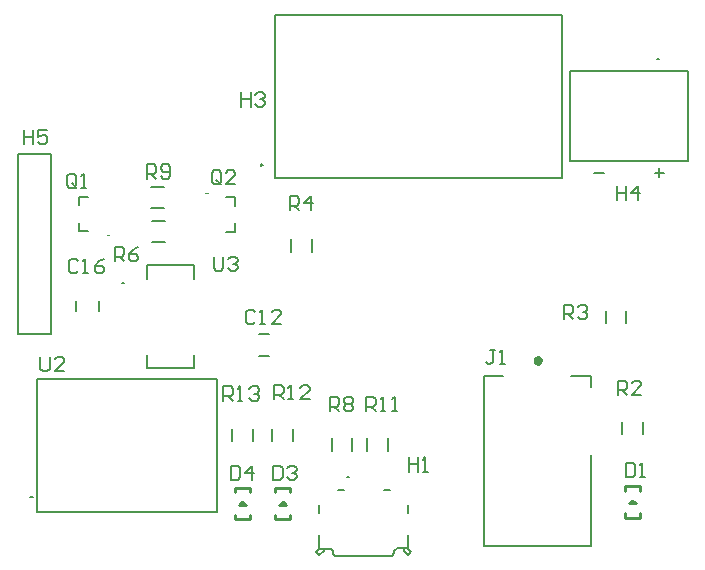
<source format=gto>
G04*
G04 #@! TF.GenerationSoftware,Altium Limited,Altium Designer,20.1.12 (249)*
G04*
G04 Layer_Color=65535*
%FSLAX44Y44*%
%MOMM*%
G71*
G04*
G04 #@! TF.SameCoordinates,2C1882C9-CBDB-4859-8E7C-5A4850A28F2A*
G04*
G04*
G04 #@! TF.FilePolarity,Positive*
G04*
G01*
G75*
%ADD10C,0.0000*%
%ADD11C,0.2000*%
%ADD12C,0.1270*%
%ADD13C,0.4000*%
%ADD14C,0.2286*%
%ADD15C,0.2540*%
D10*
X196676Y299676D02*
X194676D01*
X196676D01*
X113000Y264000D02*
X111000D01*
X113000D01*
D11*
X126000Y224000D02*
X124000D01*
X126000D01*
X48520Y42000D02*
X46520D01*
X48520D01*
X46520D01*
X48520D01*
X316690Y59650D02*
X314690D01*
X316690D01*
X579000Y413000D02*
X577000D01*
X579000D01*
X243670Y323560D02*
X241795Y324643D01*
Y322477D01*
X243670Y323560D01*
X36030Y180100D02*
Y332500D01*
X63970D01*
Y180100D02*
Y332500D01*
X36030Y180100D02*
X63970D01*
X148700Y287200D02*
X159300D01*
X148700Y304800D02*
X159300D01*
X149700Y275800D02*
X160300D01*
X149700Y258200D02*
X160300D01*
X184900Y151300D02*
Y162600D01*
X145100Y151300D02*
X184900D01*
X145100D02*
Y162600D01*
X184900Y227400D02*
Y238700D01*
X145100D02*
X184900D01*
X145100Y227400D02*
Y238700D01*
X239800Y161500D02*
X248200D01*
X239800Y180500D02*
X248200D01*
X104500Y199800D02*
Y208200D01*
X85500Y199800D02*
Y208200D01*
X52500Y29300D02*
X204900D01*
X52500Y142330D02*
X204900D01*
Y29300D02*
Y142330D01*
X52500Y29300D02*
Y142330D01*
X251200Y89700D02*
Y100300D01*
X268800Y89700D02*
Y100300D01*
X234800Y89700D02*
Y100300D01*
X217200Y89700D02*
Y100300D01*
X331640Y81410D02*
Y92010D01*
X349240Y81410D02*
Y92010D01*
X301640Y81410D02*
Y92010D01*
X319240Y81410D02*
Y92010D01*
X504590Y145000D02*
X521000D01*
Y1000D02*
Y78310D01*
X431000Y145000D02*
X446790D01*
X521000Y135460D02*
Y145000D01*
X431000Y1000D02*
Y145000D01*
Y1000D02*
X521000D01*
X551200Y189709D02*
Y200309D01*
X533600Y189709D02*
Y200309D01*
X496420Y312130D02*
Y450560D01*
X253850Y312130D02*
X496420D01*
X253850D02*
Y450560D01*
X496420D01*
X564800Y95360D02*
Y105960D01*
X547200Y95360D02*
Y105960D01*
X284800Y250040D02*
Y260640D01*
X267200Y250040D02*
Y260640D01*
X524000Y317000D02*
X531997D01*
X575000Y316999D02*
X582997D01*
X578999Y320997D02*
Y313000D01*
X331004Y115002D02*
Y126998D01*
X337002D01*
X339002Y124999D01*
Y121000D01*
X337002Y119001D01*
X331004D01*
X335003D02*
X339002Y115002D01*
X343000D02*
X346999D01*
X345000D01*
Y126998D01*
X343000Y124999D01*
X352997Y115002D02*
X356996D01*
X354996D01*
Y126998D01*
X352997Y124999D01*
X300003Y115002D02*
Y126998D01*
X306001D01*
X308001Y124999D01*
Y121000D01*
X306001Y119001D01*
X300003D01*
X304002D02*
X308001Y115002D01*
X311999Y124999D02*
X313999Y126998D01*
X317997D01*
X319997Y124999D01*
Y122999D01*
X317997Y121000D01*
X319997Y119001D01*
Y117001D01*
X317997Y115002D01*
X313999D01*
X311999Y117001D01*
Y119001D01*
X313999Y121000D01*
X311999Y122999D01*
Y124999D01*
X313999Y121000D02*
X317997D01*
X225003Y384998D02*
Y373002D01*
Y379000D01*
X233001D01*
Y384998D01*
Y373002D01*
X236999Y382999D02*
X238999Y384998D01*
X242997D01*
X244997Y382999D01*
Y380999D01*
X242997Y379000D01*
X240998D01*
X242997D01*
X244997Y377001D01*
Y375001D01*
X242997Y373002D01*
X238999D01*
X236999Y375001D01*
X440000Y166998D02*
X436001D01*
X438001D01*
Y157001D01*
X436001Y155002D01*
X434002D01*
X432003Y157001D01*
X443999Y155002D02*
X447997D01*
X445998D01*
Y166998D01*
X443999Y164999D01*
X543003Y305998D02*
Y294002D01*
Y300000D01*
X551001D01*
Y305998D01*
Y294002D01*
X560997D02*
Y305998D01*
X554999Y300000D01*
X562997D01*
X202003Y245998D02*
Y236001D01*
X204003Y234002D01*
X208001D01*
X210001Y236001D01*
Y245998D01*
X213999Y243999D02*
X215999Y245998D01*
X219997D01*
X221997Y243999D01*
Y241999D01*
X219997Y240000D01*
X217998D01*
X219997D01*
X221997Y238001D01*
Y236001D01*
X219997Y234002D01*
X215999D01*
X213999Y236001D01*
X55003Y160998D02*
Y151001D01*
X57003Y149002D01*
X61001D01*
X63001Y151001D01*
Y160998D01*
X74997Y149002D02*
X66999D01*
X74997Y156999D01*
Y158999D01*
X72997Y160998D01*
X68999D01*
X66999Y158999D01*
X210005Y124002D02*
Y135998D01*
X216003D01*
X218002Y133999D01*
Y130000D01*
X216003Y128001D01*
X210005D01*
X214004D02*
X218002Y124002D01*
X222001D02*
X226000D01*
X224000D01*
Y135998D01*
X222001Y133999D01*
X231998D02*
X233997Y135998D01*
X237996D01*
X239995Y133999D01*
Y131999D01*
X237996Y130000D01*
X235996D01*
X237996D01*
X239995Y128001D01*
Y126001D01*
X237996Y124002D01*
X233997D01*
X231998Y126001D01*
X253005Y125002D02*
Y136998D01*
X259003D01*
X261002Y134999D01*
Y131000D01*
X259003Y129001D01*
X253005D01*
X257003D02*
X261002Y125002D01*
X265001D02*
X269000D01*
X267000D01*
Y136998D01*
X265001Y134999D01*
X282995Y125002D02*
X274998D01*
X282995Y132999D01*
Y134999D01*
X280996Y136998D01*
X276997D01*
X274998Y134999D01*
X145003Y312002D02*
Y323998D01*
X151001D01*
X153001Y321999D01*
Y318000D01*
X151001Y316001D01*
X145003D01*
X149002D02*
X153001Y312002D01*
X156999Y314001D02*
X158999Y312002D01*
X162997D01*
X164997Y314001D01*
Y321999D01*
X162997Y323998D01*
X158999D01*
X156999Y321999D01*
Y319999D01*
X158999Y318000D01*
X164997D01*
X118003Y242002D02*
Y253998D01*
X124001D01*
X126001Y251999D01*
Y248000D01*
X124001Y246001D01*
X118003D01*
X122002D02*
X126001Y242002D01*
X137997Y253998D02*
X133998Y251999D01*
X129999Y248000D01*
Y244001D01*
X131999Y242002D01*
X135997D01*
X137997Y244001D01*
Y246001D01*
X135997Y248000D01*
X129999D01*
X266003Y285002D02*
Y296998D01*
X272001D01*
X274001Y294999D01*
Y291000D01*
X272001Y289001D01*
X266003D01*
X270002D02*
X274001Y285002D01*
X283997D02*
Y296998D01*
X277999Y291000D01*
X285997D01*
X498003Y193002D02*
Y204998D01*
X504001D01*
X506001Y202999D01*
Y199000D01*
X504001Y197001D01*
X498003D01*
X502002D02*
X506001Y193002D01*
X509999Y202999D02*
X511999Y204998D01*
X515997D01*
X517997Y202999D01*
Y200999D01*
X515997Y199000D01*
X513998D01*
X515997D01*
X517997Y197001D01*
Y195001D01*
X515997Y193002D01*
X511999D01*
X509999Y195001D01*
X543812Y128944D02*
Y140940D01*
X549810D01*
X551809Y138941D01*
Y134942D01*
X549810Y132943D01*
X543812D01*
X547811D02*
X551809Y128944D01*
X563806D02*
X555808D01*
X563806Y136941D01*
Y138941D01*
X561806Y140940D01*
X557808D01*
X555808Y138941D01*
X208001Y309001D02*
Y316999D01*
X206001Y318998D01*
X202003D01*
X200003Y316999D01*
Y309001D01*
X202003Y307002D01*
X206001D01*
X204002Y311001D02*
X208001Y307002D01*
X206001D02*
X208001Y309001D01*
X219997Y307002D02*
X211999D01*
X219997Y314999D01*
Y316999D01*
X217997Y318998D01*
X213999D01*
X211999Y316999D01*
X85561Y306291D02*
Y314289D01*
X83562Y316288D01*
X79563D01*
X77564Y314289D01*
Y306291D01*
X79563Y304292D01*
X83562D01*
X81563Y308291D02*
X85561Y304292D01*
X83562D02*
X85561Y306291D01*
X89560Y304292D02*
X93559D01*
X91559D01*
Y316288D01*
X89560Y314289D01*
X41003Y352998D02*
Y341002D01*
Y347000D01*
X49001D01*
Y352998D01*
Y341002D01*
X60997Y352998D02*
X52999D01*
Y347000D01*
X56998Y348999D01*
X58997D01*
X60997Y347000D01*
Y343001D01*
X58997Y341002D01*
X54999D01*
X52999Y343001D01*
X367003Y75998D02*
Y64002D01*
Y70000D01*
X375000D01*
Y75998D01*
Y64002D01*
X378999D02*
X382997D01*
X380998D01*
Y75998D01*
X378999Y73999D01*
X216003Y68998D02*
Y57002D01*
X222001D01*
X224001Y59001D01*
Y66999D01*
X222001Y68998D01*
X216003D01*
X233997Y57002D02*
Y68998D01*
X227999Y63000D01*
X235997D01*
X252003Y68998D02*
Y57002D01*
X258001D01*
X260001Y59001D01*
Y66999D01*
X258001Y68998D01*
X252003D01*
X263999Y66999D02*
X265999Y68998D01*
X269997D01*
X271997Y66999D01*
Y64999D01*
X269997Y63000D01*
X267998D01*
X269997D01*
X271997Y61001D01*
Y59001D01*
X269997Y57002D01*
X265999D01*
X263999Y59001D01*
X550512Y71432D02*
Y59436D01*
X556510D01*
X558509Y61435D01*
Y69433D01*
X556510Y71432D01*
X550512D01*
X562508Y59436D02*
X566507D01*
X564507D01*
Y71432D01*
X562508Y69433D01*
X87002Y241999D02*
X85003Y243998D01*
X81004D01*
X79005Y241999D01*
Y234001D01*
X81004Y232002D01*
X85003D01*
X87002Y234001D01*
X91001Y232002D02*
X95000D01*
X93000D01*
Y243998D01*
X91001Y241999D01*
X108995Y243998D02*
X104996Y241999D01*
X100998Y238000D01*
Y234001D01*
X102997Y232002D01*
X106996D01*
X108995Y234001D01*
Y236001D01*
X106996Y238000D01*
X100998D01*
X237002Y198999D02*
X235003Y200998D01*
X231004D01*
X229005Y198999D01*
Y191001D01*
X231004Y189002D01*
X235003D01*
X237002Y191001D01*
X241001Y189002D02*
X245000D01*
X243000D01*
Y200998D01*
X241001Y198999D01*
X258995Y189002D02*
X250998D01*
X258995Y196999D01*
Y198999D01*
X256996Y200998D01*
X252997D01*
X250998Y198999D01*
D12*
X302690Y-3260D02*
X300690Y-1260D01*
X302688Y-3918D02*
X303000Y-6006D01*
X304697Y-7262D01*
X352676Y-7260D02*
X354690Y-5174D01*
X357922Y-1156D02*
X355885Y-1497D01*
X354686Y-3178D01*
X212176Y296176D02*
X220176D01*
X212176Y267176D02*
X220176D01*
Y274176D01*
Y289176D02*
Y296176D01*
X345690Y48740D02*
X350690D01*
X291190Y29240D02*
Y35240D01*
X306690Y48740D02*
X311690D01*
X366190Y29240D02*
Y35240D01*
X291190Y-1260D02*
Y10240D01*
Y-1260D02*
X300690D01*
X302690Y-3910D02*
Y-3260D01*
X304690Y-7260D02*
X352690D01*
X354690Y-5160D02*
Y-3160D01*
X357940Y-1160D02*
X366190D01*
Y10240D01*
X288690Y-4260D02*
X291190Y-1760D01*
X288690Y-4260D02*
X291190Y-6760D01*
X294940Y-3010D01*
Y-1760D01*
X366190D02*
X368690Y-4260D01*
X366190Y-6760D02*
X368690Y-4260D01*
X362440Y-3010D02*
X366190Y-6760D01*
X362440Y-3010D02*
Y-1760D01*
X603000Y327000D02*
Y403000D01*
X503000Y327000D02*
Y403000D01*
X603000D01*
X503000Y327000D02*
X603000D01*
X87500Y267500D02*
Y274500D01*
Y289500D02*
Y296500D01*
X95500D01*
X87500Y267500D02*
X95500D01*
D13*
X478000Y158000D02*
X476618Y159902D01*
X474382Y159176D01*
Y156825D01*
X476618Y156098D01*
X478000Y158000D01*
D14*
X219650Y46540D02*
Y50350D01*
X232350D01*
Y46540D02*
Y50350D01*
X219650Y23680D02*
Y27490D01*
Y23680D02*
X232350D01*
Y27490D01*
X253650Y46540D02*
Y50350D01*
X266350D01*
Y46540D02*
Y50350D01*
X253650Y23680D02*
Y27490D01*
Y23680D02*
X266350D01*
Y27490D01*
X562350Y24665D02*
Y28475D01*
X549650Y24665D02*
X562350D01*
X549650D02*
Y28475D01*
X562350Y47525D02*
Y51335D01*
X549650D02*
X562350D01*
X549650Y47525D02*
Y51335D01*
D15*
X223000Y36030D02*
X229000D01*
X226000Y38030D02*
X229000Y36030D01*
X223000D02*
X226000Y38030D01*
X257000Y36030D02*
X263000D01*
X260000Y38030D02*
X263000Y36030D01*
X257000D02*
X260000Y38030D01*
X553000Y37015D02*
X556000Y39015D01*
X559000Y37015D01*
X553000D02*
X559000D01*
M02*

</source>
